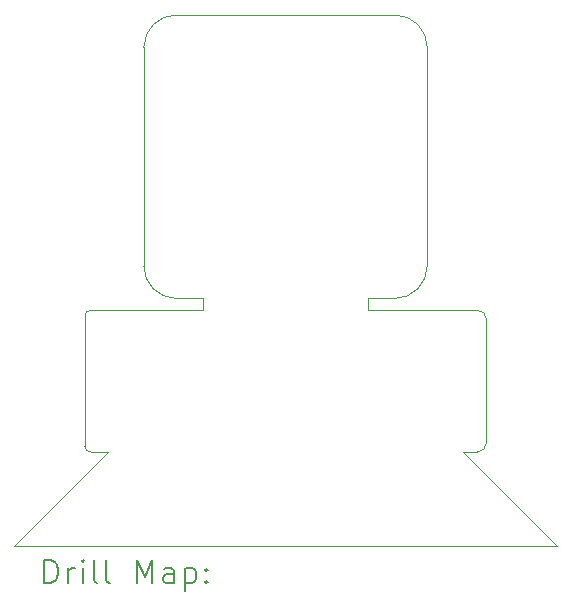
<source format=gbr>
%TF.GenerationSoftware,KiCad,Pcbnew,8.0.8*%
%TF.CreationDate,2025-02-17T10:30:17+00:00*%
%TF.ProjectId,hackaday-sao-m5stack-atoms3,6861636b-6164-4617-992d-73616f2d6d35,rev?*%
%TF.SameCoordinates,Original*%
%TF.FileFunction,Drillmap*%
%TF.FilePolarity,Positive*%
%FSLAX45Y45*%
G04 Gerber Fmt 4.5, Leading zero omitted, Abs format (unit mm)*
G04 Created by KiCad (PCBNEW 8.0.8) date 2025-02-17 10:30:17*
%MOMM*%
%LPD*%
G01*
G04 APERTURE LIST*
%ADD10C,0.050000*%
%ADD11C,0.200000*%
G04 APERTURE END LIST*
D10*
X19550000Y-9700000D02*
G75*
G02*
X19500000Y-9650000I0J50000D01*
G01*
X20275000Y-8400000D02*
X20500000Y-8400000D01*
X22825000Y-9700000D02*
X22700000Y-9700000D01*
X22825000Y-8500000D02*
G75*
G02*
X22900000Y-8575000I0J-75000D01*
G01*
X22400000Y-8125000D02*
G75*
G02*
X22125000Y-8400000I-275000J0D01*
G01*
X22900000Y-9625000D02*
G75*
G02*
X22825000Y-9700000I-75000J0D01*
G01*
X22125000Y-6000000D02*
G75*
G02*
X22400000Y-6275000I0J-275000D01*
G01*
X22125000Y-8400000D02*
X21900000Y-8400000D01*
X22400000Y-6275000D02*
X22400000Y-8125000D01*
X19700000Y-9700000D02*
X18900000Y-10500000D01*
X21900000Y-8500000D02*
X22825000Y-8500000D01*
X22700000Y-9700000D02*
X23500000Y-10500000D01*
X19500000Y-9650000D02*
X19500000Y-8550000D01*
X20000000Y-6275000D02*
G75*
G02*
X20275000Y-6000000I275000J0D01*
G01*
X22900000Y-8575000D02*
X22900000Y-9625000D01*
X20500000Y-8500000D02*
X19550000Y-8500000D01*
X20000000Y-8125000D02*
X20000000Y-6275000D01*
X20275000Y-8400000D02*
G75*
G02*
X20000000Y-8125000I0J275000D01*
G01*
X19550000Y-9700000D02*
X19700000Y-9700000D01*
X19500000Y-8550000D02*
G75*
G02*
X19550000Y-8500000I50000J0D01*
G01*
X18900000Y-10500000D02*
X23500000Y-10500000D01*
X20500000Y-8500000D02*
X20500000Y-8400000D01*
X21900000Y-8500000D02*
X21900000Y-8400000D01*
X20275000Y-6000000D02*
X22125000Y-6000000D01*
D11*
X19158277Y-10813984D02*
X19158277Y-10613984D01*
X19158277Y-10613984D02*
X19205896Y-10613984D01*
X19205896Y-10613984D02*
X19234467Y-10623508D01*
X19234467Y-10623508D02*
X19253515Y-10642555D01*
X19253515Y-10642555D02*
X19263039Y-10661603D01*
X19263039Y-10661603D02*
X19272563Y-10699698D01*
X19272563Y-10699698D02*
X19272563Y-10728270D01*
X19272563Y-10728270D02*
X19263039Y-10766365D01*
X19263039Y-10766365D02*
X19253515Y-10785412D01*
X19253515Y-10785412D02*
X19234467Y-10804460D01*
X19234467Y-10804460D02*
X19205896Y-10813984D01*
X19205896Y-10813984D02*
X19158277Y-10813984D01*
X19358277Y-10813984D02*
X19358277Y-10680650D01*
X19358277Y-10718746D02*
X19367801Y-10699698D01*
X19367801Y-10699698D02*
X19377324Y-10690174D01*
X19377324Y-10690174D02*
X19396372Y-10680650D01*
X19396372Y-10680650D02*
X19415420Y-10680650D01*
X19482086Y-10813984D02*
X19482086Y-10680650D01*
X19482086Y-10613984D02*
X19472563Y-10623508D01*
X19472563Y-10623508D02*
X19482086Y-10633031D01*
X19482086Y-10633031D02*
X19491610Y-10623508D01*
X19491610Y-10623508D02*
X19482086Y-10613984D01*
X19482086Y-10613984D02*
X19482086Y-10633031D01*
X19605896Y-10813984D02*
X19586848Y-10804460D01*
X19586848Y-10804460D02*
X19577324Y-10785412D01*
X19577324Y-10785412D02*
X19577324Y-10613984D01*
X19710658Y-10813984D02*
X19691610Y-10804460D01*
X19691610Y-10804460D02*
X19682086Y-10785412D01*
X19682086Y-10785412D02*
X19682086Y-10613984D01*
X19939229Y-10813984D02*
X19939229Y-10613984D01*
X19939229Y-10613984D02*
X20005896Y-10756841D01*
X20005896Y-10756841D02*
X20072563Y-10613984D01*
X20072563Y-10613984D02*
X20072563Y-10813984D01*
X20253515Y-10813984D02*
X20253515Y-10709222D01*
X20253515Y-10709222D02*
X20243991Y-10690174D01*
X20243991Y-10690174D02*
X20224944Y-10680650D01*
X20224944Y-10680650D02*
X20186848Y-10680650D01*
X20186848Y-10680650D02*
X20167801Y-10690174D01*
X20253515Y-10804460D02*
X20234467Y-10813984D01*
X20234467Y-10813984D02*
X20186848Y-10813984D01*
X20186848Y-10813984D02*
X20167801Y-10804460D01*
X20167801Y-10804460D02*
X20158277Y-10785412D01*
X20158277Y-10785412D02*
X20158277Y-10766365D01*
X20158277Y-10766365D02*
X20167801Y-10747317D01*
X20167801Y-10747317D02*
X20186848Y-10737793D01*
X20186848Y-10737793D02*
X20234467Y-10737793D01*
X20234467Y-10737793D02*
X20253515Y-10728270D01*
X20348753Y-10680650D02*
X20348753Y-10880650D01*
X20348753Y-10690174D02*
X20367801Y-10680650D01*
X20367801Y-10680650D02*
X20405896Y-10680650D01*
X20405896Y-10680650D02*
X20424944Y-10690174D01*
X20424944Y-10690174D02*
X20434467Y-10699698D01*
X20434467Y-10699698D02*
X20443991Y-10718746D01*
X20443991Y-10718746D02*
X20443991Y-10775889D01*
X20443991Y-10775889D02*
X20434467Y-10794936D01*
X20434467Y-10794936D02*
X20424944Y-10804460D01*
X20424944Y-10804460D02*
X20405896Y-10813984D01*
X20405896Y-10813984D02*
X20367801Y-10813984D01*
X20367801Y-10813984D02*
X20348753Y-10804460D01*
X20529705Y-10794936D02*
X20539229Y-10804460D01*
X20539229Y-10804460D02*
X20529705Y-10813984D01*
X20529705Y-10813984D02*
X20520182Y-10804460D01*
X20520182Y-10804460D02*
X20529705Y-10794936D01*
X20529705Y-10794936D02*
X20529705Y-10813984D01*
X20529705Y-10690174D02*
X20539229Y-10699698D01*
X20539229Y-10699698D02*
X20529705Y-10709222D01*
X20529705Y-10709222D02*
X20520182Y-10699698D01*
X20520182Y-10699698D02*
X20529705Y-10690174D01*
X20529705Y-10690174D02*
X20529705Y-10709222D01*
M02*

</source>
